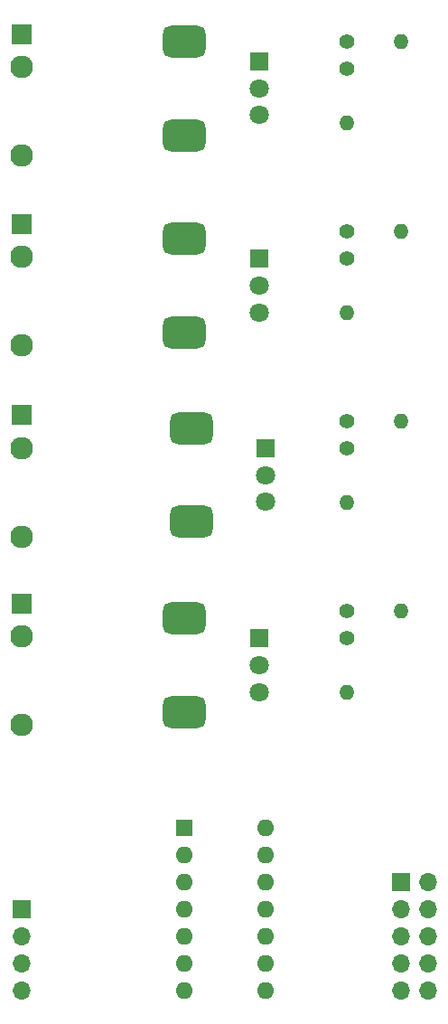
<source format=gbr>
%TF.GenerationSoftware,KiCad,Pcbnew,7.0.8*%
%TF.CreationDate,2023-10-15T22:05:22-04:00*%
%TF.ProjectId,Gates Out,47617465-7320-44f7-9574-2e6b69636164,rev?*%
%TF.SameCoordinates,Original*%
%TF.FileFunction,Soldermask,Top*%
%TF.FilePolarity,Negative*%
%FSLAX46Y46*%
G04 Gerber Fmt 4.6, Leading zero omitted, Abs format (unit mm)*
G04 Created by KiCad (PCBNEW 7.0.8) date 2023-10-15 22:05:22*
%MOMM*%
%LPD*%
G01*
G04 APERTURE LIST*
G04 Aperture macros list*
%AMRoundRect*
0 Rectangle with rounded corners*
0 $1 Rounding radius*
0 $2 $3 $4 $5 $6 $7 $8 $9 X,Y pos of 4 corners*
0 Add a 4 corners polygon primitive as box body*
4,1,4,$2,$3,$4,$5,$6,$7,$8,$9,$2,$3,0*
0 Add four circle primitives for the rounded corners*
1,1,$1+$1,$2,$3*
1,1,$1+$1,$4,$5*
1,1,$1+$1,$6,$7*
1,1,$1+$1,$8,$9*
0 Add four rect primitives between the rounded corners*
20,1,$1+$1,$2,$3,$4,$5,0*
20,1,$1+$1,$4,$5,$6,$7,0*
20,1,$1+$1,$6,$7,$8,$9,0*
20,1,$1+$1,$8,$9,$2,$3,0*%
G04 Aperture macros list end*
%ADD10R,1.600000X1.600000*%
%ADD11O,1.600000X1.600000*%
%ADD12R,1.800000X1.800000*%
%ADD13C,1.800000*%
%ADD14RoundRect,0.750000X1.250000X0.750000X-1.250000X0.750000X-1.250000X-0.750000X1.250000X-0.750000X0*%
%ADD15C,1.400000*%
%ADD16O,1.400000X1.400000*%
%ADD17R,1.930000X1.830000*%
%ADD18C,2.130000*%
%ADD19O,1.700000X1.700000*%
%ADD20R,1.700000X1.700000*%
G04 APERTURE END LIST*
D10*
%TO.C,U1*%
X147320000Y-132080000D03*
D11*
X147320000Y-134620000D03*
X147320000Y-137160000D03*
X147320000Y-139700000D03*
X147320000Y-142240000D03*
X147320000Y-144780000D03*
X147320000Y-147320000D03*
X154940000Y-147320000D03*
X154940000Y-144780000D03*
X154940000Y-142240000D03*
X154940000Y-139700000D03*
X154940000Y-137160000D03*
X154940000Y-134620000D03*
X154940000Y-132080000D03*
%TD*%
D12*
%TO.C,RV4*%
X154320000Y-114340000D03*
D13*
X154320000Y-116840000D03*
X154320000Y-119340000D03*
D14*
X147320000Y-112440000D03*
X147320000Y-121240000D03*
%TD*%
D12*
%TO.C,RV3*%
X154940000Y-96520000D03*
D13*
X154940000Y-99020000D03*
X154940000Y-101520000D03*
D14*
X147940000Y-94620000D03*
X147940000Y-103420000D03*
%TD*%
D12*
%TO.C,RV2*%
X154320000Y-78780000D03*
D13*
X154320000Y-81280000D03*
X154320000Y-83780000D03*
D14*
X147320000Y-76880000D03*
X147320000Y-85680000D03*
%TD*%
D12*
%TO.C,RV1*%
X154320000Y-60320000D03*
D13*
X154320000Y-62820000D03*
X154320000Y-65320000D03*
D14*
X147320000Y-58420000D03*
X147320000Y-67220000D03*
%TD*%
D15*
%TO.C,R8*%
X162560000Y-114300000D03*
D16*
X162560000Y-119380000D03*
%TD*%
D15*
%TO.C,R7*%
X162560000Y-111760000D03*
D16*
X167640000Y-111760000D03*
%TD*%
D15*
%TO.C,R6*%
X162560000Y-96520000D03*
D16*
X162560000Y-101600000D03*
%TD*%
D15*
%TO.C,R5*%
X162560000Y-93980000D03*
D16*
X167640000Y-93980000D03*
%TD*%
D15*
%TO.C,R4*%
X162560000Y-78740000D03*
D16*
X162560000Y-83820000D03*
%TD*%
%TO.C,R3*%
X167640000Y-76200000D03*
D15*
X162560000Y-76200000D03*
%TD*%
%TO.C,R2*%
X162560000Y-60960000D03*
D16*
X162560000Y-66040000D03*
%TD*%
D15*
%TO.C,R1*%
X162560000Y-58420000D03*
D16*
X167640000Y-58420000D03*
%TD*%
D17*
%TO.C,J6*%
X132080000Y-111060000D03*
D18*
X132080000Y-122460000D03*
X132080000Y-114160000D03*
%TD*%
D17*
%TO.C,J5*%
X132080000Y-93420000D03*
D18*
X132080000Y-104820000D03*
X132080000Y-96520000D03*
%TD*%
D17*
%TO.C,J4*%
X132080000Y-75500000D03*
D18*
X132080000Y-86900000D03*
X132080000Y-78600000D03*
%TD*%
D17*
%TO.C,J3*%
X132080000Y-57720000D03*
D18*
X132080000Y-69120000D03*
X132080000Y-60820000D03*
%TD*%
D19*
%TO.C,J2*%
X132080000Y-147320000D03*
X132080000Y-144780000D03*
X132080000Y-142240000D03*
D20*
X132080000Y-139700000D03*
%TD*%
%TO.C,J1*%
X167640000Y-137160000D03*
D19*
X170180000Y-137160000D03*
X167640000Y-139700000D03*
X170180000Y-139700000D03*
X167640000Y-142240000D03*
X170180000Y-142240000D03*
X167640000Y-144780000D03*
X170180000Y-144780000D03*
X167640000Y-147320000D03*
X170180000Y-147320000D03*
%TD*%
M02*

</source>
